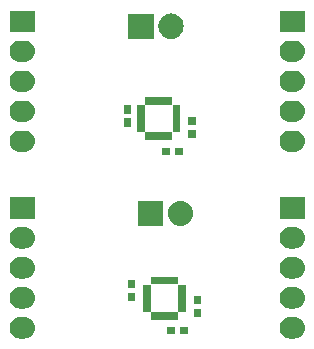
<source format=gts>
%TF.GenerationSoftware,KiCad,Pcbnew,4.0.4+e1-6308~48~ubuntu16.04.1-stable*%
%TF.CreationDate,2017-01-02T12:50:36-08:00*%
%TF.ProjectId,mpu9250-breakout,6D7075393235302D627265616B6F7574,v1.0*%
%TF.FileFunction,Soldermask,Top*%
%FSLAX46Y46*%
G04 Gerber Fmt 4.6, Leading zero omitted, Abs format (unit mm)*
G04 Created by KiCad (PCBNEW 4.0.4+e1-6308~48~ubuntu16.04.1-stable) date Mon Jan  2 12:50:36 2017*
%MOMM*%
%LPD*%
G01*
G04 APERTURE LIST*
%ADD10C,0.350000*%
G04 APERTURE END LIST*
D10*
G36*
X155616273Y-118508875D02*
X155616279Y-118508876D01*
X155618329Y-118508890D01*
X155795676Y-118528783D01*
X155965782Y-118582744D01*
X156122168Y-118668717D01*
X156258876Y-118783429D01*
X156370699Y-118922509D01*
X156453379Y-119080661D01*
X156503765Y-119251860D01*
X156503768Y-119251891D01*
X156503772Y-119251905D01*
X156519941Y-119429581D01*
X156501292Y-119607019D01*
X156501291Y-119607024D01*
X156501286Y-119607067D01*
X156448514Y-119777545D01*
X156363634Y-119934527D01*
X156249880Y-120072032D01*
X156111583Y-120184824D01*
X155954013Y-120268606D01*
X155783170Y-120320186D01*
X155605562Y-120337601D01*
X155290403Y-120337601D01*
X155279727Y-120337527D01*
X155279721Y-120337526D01*
X155277671Y-120337512D01*
X155100324Y-120317619D01*
X154930218Y-120263658D01*
X154773832Y-120177685D01*
X154637124Y-120062973D01*
X154525301Y-119923893D01*
X154442621Y-119765741D01*
X154392235Y-119594542D01*
X154392232Y-119594511D01*
X154392228Y-119594497D01*
X154376059Y-119416821D01*
X154394708Y-119239383D01*
X154394709Y-119239378D01*
X154394714Y-119239335D01*
X154447486Y-119068857D01*
X154532366Y-118911875D01*
X154646120Y-118774370D01*
X154784417Y-118661578D01*
X154941987Y-118577796D01*
X155112830Y-118526216D01*
X155290438Y-118508801D01*
X155605597Y-118508801D01*
X155616273Y-118508875D01*
X155616273Y-118508875D01*
G37*
G36*
X132756273Y-118508875D02*
X132756279Y-118508876D01*
X132758329Y-118508890D01*
X132935676Y-118528783D01*
X133105782Y-118582744D01*
X133262168Y-118668717D01*
X133398876Y-118783429D01*
X133510699Y-118922509D01*
X133593379Y-119080661D01*
X133643765Y-119251860D01*
X133643768Y-119251891D01*
X133643772Y-119251905D01*
X133659941Y-119429581D01*
X133641292Y-119607019D01*
X133641291Y-119607024D01*
X133641286Y-119607067D01*
X133588514Y-119777545D01*
X133503634Y-119934527D01*
X133389880Y-120072032D01*
X133251583Y-120184824D01*
X133094013Y-120268606D01*
X132923170Y-120320186D01*
X132745562Y-120337601D01*
X132430403Y-120337601D01*
X132419727Y-120337527D01*
X132419721Y-120337526D01*
X132417671Y-120337512D01*
X132240324Y-120317619D01*
X132070218Y-120263658D01*
X131913832Y-120177685D01*
X131777124Y-120062973D01*
X131665301Y-119923893D01*
X131582621Y-119765741D01*
X131532235Y-119594542D01*
X131532232Y-119594511D01*
X131532228Y-119594497D01*
X131516059Y-119416821D01*
X131534708Y-119239383D01*
X131534709Y-119239378D01*
X131534714Y-119239335D01*
X131587486Y-119068857D01*
X131672366Y-118911875D01*
X131786120Y-118774370D01*
X131924417Y-118661578D01*
X132081987Y-118577796D01*
X132252830Y-118526216D01*
X132430438Y-118508801D01*
X132745597Y-118508801D01*
X132756273Y-118508875D01*
X132756273Y-118508875D01*
G37*
G36*
X146611800Y-119934800D02*
X145910200Y-119934800D01*
X145910200Y-119333200D01*
X146611800Y-119333200D01*
X146611800Y-119934800D01*
X146611800Y-119934800D01*
G37*
G36*
X145511800Y-119934800D02*
X144810200Y-119934800D01*
X144810200Y-119333200D01*
X145511800Y-119333200D01*
X145511800Y-119934800D01*
X145511800Y-119934800D01*
G37*
G36*
X145779800Y-115711400D02*
X145781811Y-115725553D01*
X145787686Y-115738584D01*
X145796958Y-115749464D01*
X145808894Y-115757329D01*
X145822549Y-115761558D01*
X145830600Y-115762200D01*
X146454800Y-115762200D01*
X146454800Y-118063800D01*
X145830600Y-118063800D01*
X145816447Y-118065811D01*
X145803416Y-118071686D01*
X145792536Y-118080958D01*
X145784671Y-118092894D01*
X145780442Y-118106549D01*
X145779800Y-118114600D01*
X145779800Y-118738800D01*
X143478200Y-118738800D01*
X143478200Y-118114600D01*
X143476189Y-118100447D01*
X143470314Y-118087416D01*
X143461042Y-118076536D01*
X143449106Y-118068671D01*
X143435451Y-118064442D01*
X143427400Y-118063800D01*
X142803200Y-118063800D01*
X142803200Y-115789600D01*
X143454800Y-115789600D01*
X143454800Y-118036400D01*
X143456811Y-118050553D01*
X143462686Y-118063584D01*
X143471958Y-118074464D01*
X143483894Y-118082329D01*
X143497549Y-118086558D01*
X143505600Y-118087200D01*
X145752400Y-118087200D01*
X145766553Y-118085189D01*
X145779584Y-118079314D01*
X145790464Y-118070042D01*
X145798329Y-118058106D01*
X145802558Y-118044451D01*
X145803200Y-118036400D01*
X145803200Y-115789600D01*
X145801189Y-115775447D01*
X145795314Y-115762416D01*
X145786042Y-115751536D01*
X145774106Y-115743671D01*
X145760451Y-115739442D01*
X145752400Y-115738800D01*
X143505600Y-115738800D01*
X143491447Y-115740811D01*
X143478416Y-115746686D01*
X143467536Y-115755958D01*
X143459671Y-115767894D01*
X143455442Y-115781549D01*
X143454800Y-115789600D01*
X142803200Y-115789600D01*
X142803200Y-115762200D01*
X143427400Y-115762200D01*
X143441553Y-115760189D01*
X143454584Y-115754314D01*
X143465464Y-115745042D01*
X143473329Y-115733106D01*
X143477558Y-115719451D01*
X143478200Y-115711400D01*
X143478200Y-115087200D01*
X145779800Y-115087200D01*
X145779800Y-115711400D01*
X145779800Y-115711400D01*
G37*
G36*
X147747800Y-118544800D02*
X147146200Y-118544800D01*
X147146200Y-117843200D01*
X147747800Y-117843200D01*
X147747800Y-118544800D01*
X147747800Y-118544800D01*
G37*
G36*
X155616273Y-115968875D02*
X155616279Y-115968876D01*
X155618329Y-115968890D01*
X155795676Y-115988783D01*
X155965782Y-116042744D01*
X156122168Y-116128717D01*
X156258876Y-116243429D01*
X156370699Y-116382509D01*
X156453379Y-116540661D01*
X156503765Y-116711860D01*
X156503768Y-116711891D01*
X156503772Y-116711905D01*
X156519941Y-116889581D01*
X156501292Y-117067019D01*
X156501291Y-117067024D01*
X156501286Y-117067067D01*
X156448514Y-117237545D01*
X156363634Y-117394527D01*
X156249880Y-117532032D01*
X156111583Y-117644824D01*
X155954013Y-117728606D01*
X155783170Y-117780186D01*
X155605562Y-117797601D01*
X155290403Y-117797601D01*
X155279727Y-117797527D01*
X155279721Y-117797526D01*
X155277671Y-117797512D01*
X155100324Y-117777619D01*
X154930218Y-117723658D01*
X154773832Y-117637685D01*
X154637124Y-117522973D01*
X154525301Y-117383893D01*
X154442621Y-117225741D01*
X154392235Y-117054542D01*
X154392232Y-117054511D01*
X154392228Y-117054497D01*
X154376059Y-116876821D01*
X154394708Y-116699383D01*
X154394709Y-116699378D01*
X154394714Y-116699335D01*
X154447486Y-116528857D01*
X154532366Y-116371875D01*
X154646120Y-116234370D01*
X154784417Y-116121578D01*
X154941987Y-116037796D01*
X155112830Y-115986216D01*
X155290438Y-115968801D01*
X155605597Y-115968801D01*
X155616273Y-115968875D01*
X155616273Y-115968875D01*
G37*
G36*
X132756273Y-115968875D02*
X132756279Y-115968876D01*
X132758329Y-115968890D01*
X132935676Y-115988783D01*
X133105782Y-116042744D01*
X133262168Y-116128717D01*
X133398876Y-116243429D01*
X133510699Y-116382509D01*
X133593379Y-116540661D01*
X133643765Y-116711860D01*
X133643768Y-116711891D01*
X133643772Y-116711905D01*
X133659941Y-116889581D01*
X133641292Y-117067019D01*
X133641291Y-117067024D01*
X133641286Y-117067067D01*
X133588514Y-117237545D01*
X133503634Y-117394527D01*
X133389880Y-117532032D01*
X133251583Y-117644824D01*
X133094013Y-117728606D01*
X132923170Y-117780186D01*
X132745562Y-117797601D01*
X132430403Y-117797601D01*
X132419727Y-117797527D01*
X132419721Y-117797526D01*
X132417671Y-117797512D01*
X132240324Y-117777619D01*
X132070218Y-117723658D01*
X131913832Y-117637685D01*
X131777124Y-117522973D01*
X131665301Y-117383893D01*
X131582621Y-117225741D01*
X131532235Y-117054542D01*
X131532232Y-117054511D01*
X131532228Y-117054497D01*
X131516059Y-116876821D01*
X131534708Y-116699383D01*
X131534709Y-116699378D01*
X131534714Y-116699335D01*
X131587486Y-116528857D01*
X131672366Y-116371875D01*
X131786120Y-116234370D01*
X131924417Y-116121578D01*
X132081987Y-116037796D01*
X132252830Y-115986216D01*
X132430438Y-115968801D01*
X132745597Y-115968801D01*
X132756273Y-115968875D01*
X132756273Y-115968875D01*
G37*
G36*
X147747800Y-117444800D02*
X147146200Y-117444800D01*
X147146200Y-116743200D01*
X147747800Y-116743200D01*
X147747800Y-117444800D01*
X147747800Y-117444800D01*
G37*
G36*
X142159800Y-117190800D02*
X141558200Y-117190800D01*
X141558200Y-116489200D01*
X142159800Y-116489200D01*
X142159800Y-117190800D01*
X142159800Y-117190800D01*
G37*
G36*
X142159800Y-116090800D02*
X141558200Y-116090800D01*
X141558200Y-115389200D01*
X142159800Y-115389200D01*
X142159800Y-116090800D01*
X142159800Y-116090800D01*
G37*
G36*
X155616273Y-113428875D02*
X155616279Y-113428876D01*
X155618329Y-113428890D01*
X155795676Y-113448783D01*
X155965782Y-113502744D01*
X156122168Y-113588717D01*
X156258876Y-113703429D01*
X156370699Y-113842509D01*
X156453379Y-114000661D01*
X156503765Y-114171860D01*
X156503768Y-114171891D01*
X156503772Y-114171905D01*
X156519941Y-114349581D01*
X156501292Y-114527019D01*
X156501291Y-114527024D01*
X156501286Y-114527067D01*
X156448514Y-114697545D01*
X156363634Y-114854527D01*
X156249880Y-114992032D01*
X156111583Y-115104824D01*
X155954013Y-115188606D01*
X155783170Y-115240186D01*
X155605562Y-115257601D01*
X155290403Y-115257601D01*
X155279727Y-115257527D01*
X155279721Y-115257526D01*
X155277671Y-115257512D01*
X155100324Y-115237619D01*
X154930218Y-115183658D01*
X154773832Y-115097685D01*
X154637124Y-114982973D01*
X154525301Y-114843893D01*
X154442621Y-114685741D01*
X154392235Y-114514542D01*
X154392232Y-114514511D01*
X154392228Y-114514497D01*
X154376059Y-114336821D01*
X154394708Y-114159383D01*
X154394709Y-114159378D01*
X154394714Y-114159335D01*
X154447486Y-113988857D01*
X154532366Y-113831875D01*
X154646120Y-113694370D01*
X154784417Y-113581578D01*
X154941987Y-113497796D01*
X155112830Y-113446216D01*
X155290438Y-113428801D01*
X155605597Y-113428801D01*
X155616273Y-113428875D01*
X155616273Y-113428875D01*
G37*
G36*
X132756273Y-113428875D02*
X132756279Y-113428876D01*
X132758329Y-113428890D01*
X132935676Y-113448783D01*
X133105782Y-113502744D01*
X133262168Y-113588717D01*
X133398876Y-113703429D01*
X133510699Y-113842509D01*
X133593379Y-114000661D01*
X133643765Y-114171860D01*
X133643768Y-114171891D01*
X133643772Y-114171905D01*
X133659941Y-114349581D01*
X133641292Y-114527019D01*
X133641291Y-114527024D01*
X133641286Y-114527067D01*
X133588514Y-114697545D01*
X133503634Y-114854527D01*
X133389880Y-114992032D01*
X133251583Y-115104824D01*
X133094013Y-115188606D01*
X132923170Y-115240186D01*
X132745562Y-115257601D01*
X132430403Y-115257601D01*
X132419727Y-115257527D01*
X132419721Y-115257526D01*
X132417671Y-115257512D01*
X132240324Y-115237619D01*
X132070218Y-115183658D01*
X131913832Y-115097685D01*
X131777124Y-114982973D01*
X131665301Y-114843893D01*
X131582621Y-114685741D01*
X131532235Y-114514542D01*
X131532232Y-114514511D01*
X131532228Y-114514497D01*
X131516059Y-114336821D01*
X131534708Y-114159383D01*
X131534709Y-114159378D01*
X131534714Y-114159335D01*
X131587486Y-113988857D01*
X131672366Y-113831875D01*
X131786120Y-113694370D01*
X131924417Y-113581578D01*
X132081987Y-113497796D01*
X132252830Y-113446216D01*
X132430438Y-113428801D01*
X132745597Y-113428801D01*
X132756273Y-113428875D01*
X132756273Y-113428875D01*
G37*
G36*
X132756273Y-110888875D02*
X132756279Y-110888876D01*
X132758329Y-110888890D01*
X132935676Y-110908783D01*
X133105782Y-110962744D01*
X133262168Y-111048717D01*
X133398876Y-111163429D01*
X133510699Y-111302509D01*
X133593379Y-111460661D01*
X133643765Y-111631860D01*
X133643768Y-111631891D01*
X133643772Y-111631905D01*
X133659941Y-111809581D01*
X133641292Y-111987019D01*
X133641291Y-111987024D01*
X133641286Y-111987067D01*
X133588514Y-112157545D01*
X133503634Y-112314527D01*
X133389880Y-112452032D01*
X133251583Y-112564824D01*
X133094013Y-112648606D01*
X132923170Y-112700186D01*
X132745562Y-112717601D01*
X132430403Y-112717601D01*
X132419727Y-112717527D01*
X132419721Y-112717526D01*
X132417671Y-112717512D01*
X132240324Y-112697619D01*
X132070218Y-112643658D01*
X131913832Y-112557685D01*
X131777124Y-112442973D01*
X131665301Y-112303893D01*
X131582621Y-112145741D01*
X131532235Y-111974542D01*
X131532232Y-111974511D01*
X131532228Y-111974497D01*
X131516059Y-111796821D01*
X131534708Y-111619383D01*
X131534709Y-111619378D01*
X131534714Y-111619335D01*
X131587486Y-111448857D01*
X131672366Y-111291875D01*
X131786120Y-111154370D01*
X131924417Y-111041578D01*
X132081987Y-110957796D01*
X132252830Y-110906216D01*
X132430438Y-110888801D01*
X132745597Y-110888801D01*
X132756273Y-110888875D01*
X132756273Y-110888875D01*
G37*
G36*
X155616273Y-110888875D02*
X155616279Y-110888876D01*
X155618329Y-110888890D01*
X155795676Y-110908783D01*
X155965782Y-110962744D01*
X156122168Y-111048717D01*
X156258876Y-111163429D01*
X156370699Y-111302509D01*
X156453379Y-111460661D01*
X156503765Y-111631860D01*
X156503768Y-111631891D01*
X156503772Y-111631905D01*
X156519941Y-111809581D01*
X156501292Y-111987019D01*
X156501291Y-111987024D01*
X156501286Y-111987067D01*
X156448514Y-112157545D01*
X156363634Y-112314527D01*
X156249880Y-112452032D01*
X156111583Y-112564824D01*
X155954013Y-112648606D01*
X155783170Y-112700186D01*
X155605562Y-112717601D01*
X155290403Y-112717601D01*
X155279727Y-112717527D01*
X155279721Y-112717526D01*
X155277671Y-112717512D01*
X155100324Y-112697619D01*
X154930218Y-112643658D01*
X154773832Y-112557685D01*
X154637124Y-112442973D01*
X154525301Y-112303893D01*
X154442621Y-112145741D01*
X154392235Y-111974542D01*
X154392232Y-111974511D01*
X154392228Y-111974497D01*
X154376059Y-111796821D01*
X154394708Y-111619383D01*
X154394709Y-111619378D01*
X154394714Y-111619335D01*
X154447486Y-111448857D01*
X154532366Y-111291875D01*
X154646120Y-111154370D01*
X154784417Y-111041578D01*
X154941987Y-110957796D01*
X155112830Y-110906216D01*
X155290438Y-110888801D01*
X155605597Y-110888801D01*
X155616273Y-110888875D01*
X155616273Y-110888875D01*
G37*
G36*
X146200963Y-108677821D02*
X146200968Y-108677823D01*
X146201010Y-108677827D01*
X146399902Y-108739394D01*
X146583047Y-108838421D01*
X146743470Y-108971134D01*
X146875060Y-109132480D01*
X146972806Y-109316312D01*
X147032983Y-109515629D01*
X147053300Y-109722838D01*
X147053300Y-109733196D01*
X147053211Y-109746001D01*
X147053210Y-109746007D01*
X147053196Y-109748057D01*
X147029988Y-109954962D01*
X146967034Y-110153419D01*
X146866731Y-110335869D01*
X146732901Y-110495361D01*
X146570640Y-110625822D01*
X146386130Y-110722282D01*
X146186398Y-110781066D01*
X146186362Y-110781069D01*
X146186353Y-110781072D01*
X145979055Y-110799938D01*
X145772037Y-110778179D01*
X145772032Y-110778177D01*
X145771990Y-110778173D01*
X145573098Y-110716606D01*
X145389953Y-110617579D01*
X145229530Y-110484866D01*
X145097940Y-110323520D01*
X145000194Y-110139688D01*
X144940017Y-109940371D01*
X144919700Y-109733162D01*
X144919700Y-109722804D01*
X144919789Y-109709999D01*
X144919790Y-109709993D01*
X144919804Y-109707943D01*
X144943012Y-109501038D01*
X145005966Y-109302581D01*
X145106269Y-109120131D01*
X145240099Y-108960639D01*
X145402360Y-108830178D01*
X145586870Y-108733718D01*
X145786602Y-108674934D01*
X145786638Y-108674931D01*
X145786647Y-108674928D01*
X145993945Y-108656062D01*
X146200963Y-108677821D01*
X146200963Y-108677821D01*
G37*
G36*
X144513300Y-110794800D02*
X142379700Y-110794800D01*
X142379700Y-108661200D01*
X144513300Y-108661200D01*
X144513300Y-110794800D01*
X144513300Y-110794800D01*
G37*
G36*
X133654800Y-110177601D02*
X131521200Y-110177601D01*
X131521200Y-108348801D01*
X133654800Y-108348801D01*
X133654800Y-110177601D01*
X133654800Y-110177601D01*
G37*
G36*
X156514800Y-110177601D02*
X154381200Y-110177601D01*
X154381200Y-108348801D01*
X156514800Y-108348801D01*
X156514800Y-110177601D01*
X156514800Y-110177601D01*
G37*
G36*
X145088800Y-104821800D02*
X144387200Y-104821800D01*
X144387200Y-104220200D01*
X145088800Y-104220200D01*
X145088800Y-104821800D01*
X145088800Y-104821800D01*
G37*
G36*
X146188800Y-104821800D02*
X145487200Y-104821800D01*
X145487200Y-104220200D01*
X146188800Y-104220200D01*
X146188800Y-104821800D01*
X146188800Y-104821800D01*
G37*
G36*
X132756273Y-102717674D02*
X132756279Y-102717675D01*
X132758329Y-102717689D01*
X132935676Y-102737582D01*
X133105782Y-102791543D01*
X133262168Y-102877516D01*
X133398876Y-102992228D01*
X133510699Y-103131308D01*
X133593379Y-103289460D01*
X133643765Y-103460659D01*
X133643768Y-103460690D01*
X133643772Y-103460704D01*
X133659941Y-103638380D01*
X133641292Y-103815818D01*
X133641291Y-103815823D01*
X133641286Y-103815866D01*
X133588514Y-103986344D01*
X133503634Y-104143326D01*
X133389880Y-104280831D01*
X133251583Y-104393623D01*
X133094013Y-104477405D01*
X132923170Y-104528985D01*
X132745562Y-104546400D01*
X132430403Y-104546400D01*
X132419727Y-104546326D01*
X132419721Y-104546325D01*
X132417671Y-104546311D01*
X132240324Y-104526418D01*
X132070218Y-104472457D01*
X131913832Y-104386484D01*
X131777124Y-104271772D01*
X131665301Y-104132692D01*
X131582621Y-103974540D01*
X131532235Y-103803341D01*
X131532232Y-103803310D01*
X131532228Y-103803296D01*
X131516059Y-103625620D01*
X131534708Y-103448182D01*
X131534709Y-103448177D01*
X131534714Y-103448134D01*
X131587486Y-103277656D01*
X131672366Y-103120674D01*
X131786120Y-102983169D01*
X131924417Y-102870377D01*
X132081987Y-102786595D01*
X132252830Y-102735015D01*
X132430438Y-102717600D01*
X132745597Y-102717600D01*
X132756273Y-102717674D01*
X132756273Y-102717674D01*
G37*
G36*
X155616273Y-102717674D02*
X155616279Y-102717675D01*
X155618329Y-102717689D01*
X155795676Y-102737582D01*
X155965782Y-102791543D01*
X156122168Y-102877516D01*
X156258876Y-102992228D01*
X156370699Y-103131308D01*
X156453379Y-103289460D01*
X156503765Y-103460659D01*
X156503768Y-103460690D01*
X156503772Y-103460704D01*
X156519941Y-103638380D01*
X156501292Y-103815818D01*
X156501291Y-103815823D01*
X156501286Y-103815866D01*
X156448514Y-103986344D01*
X156363634Y-104143326D01*
X156249880Y-104280831D01*
X156111583Y-104393623D01*
X155954013Y-104477405D01*
X155783170Y-104528985D01*
X155605562Y-104546400D01*
X155290403Y-104546400D01*
X155279727Y-104546326D01*
X155279721Y-104546325D01*
X155277671Y-104546311D01*
X155100324Y-104526418D01*
X154930218Y-104472457D01*
X154773832Y-104386484D01*
X154637124Y-104271772D01*
X154525301Y-104132692D01*
X154442621Y-103974540D01*
X154392235Y-103803341D01*
X154392232Y-103803310D01*
X154392228Y-103803296D01*
X154376059Y-103625620D01*
X154394708Y-103448182D01*
X154394709Y-103448177D01*
X154394714Y-103448134D01*
X154447486Y-103277656D01*
X154532366Y-103120674D01*
X154646120Y-102983169D01*
X154784417Y-102870377D01*
X154941987Y-102786595D01*
X155112830Y-102735015D01*
X155290438Y-102717600D01*
X155605597Y-102717600D01*
X155616273Y-102717674D01*
X155616273Y-102717674D01*
G37*
G36*
X145295800Y-100501400D02*
X145297811Y-100515553D01*
X145303686Y-100528584D01*
X145312958Y-100539464D01*
X145324894Y-100547329D01*
X145338549Y-100551558D01*
X145346600Y-100552200D01*
X145970800Y-100552200D01*
X145970800Y-102853800D01*
X145346600Y-102853800D01*
X145332447Y-102855811D01*
X145319416Y-102861686D01*
X145308536Y-102870958D01*
X145300671Y-102882894D01*
X145296442Y-102896549D01*
X145295800Y-102904600D01*
X145295800Y-103528800D01*
X142994200Y-103528800D01*
X142994200Y-102904600D01*
X142992189Y-102890447D01*
X142986314Y-102877416D01*
X142977042Y-102866536D01*
X142965106Y-102858671D01*
X142951451Y-102854442D01*
X142943400Y-102853800D01*
X142319200Y-102853800D01*
X142319200Y-100579600D01*
X142970800Y-100579600D01*
X142970800Y-102826400D01*
X142972811Y-102840553D01*
X142978686Y-102853584D01*
X142987958Y-102864464D01*
X142999894Y-102872329D01*
X143013549Y-102876558D01*
X143021600Y-102877200D01*
X145268400Y-102877200D01*
X145282553Y-102875189D01*
X145295584Y-102869314D01*
X145306464Y-102860042D01*
X145314329Y-102848106D01*
X145318558Y-102834451D01*
X145319200Y-102826400D01*
X145319200Y-100579600D01*
X145317189Y-100565447D01*
X145311314Y-100552416D01*
X145302042Y-100541536D01*
X145290106Y-100533671D01*
X145276451Y-100529442D01*
X145268400Y-100528800D01*
X143021600Y-100528800D01*
X143007447Y-100530811D01*
X142994416Y-100536686D01*
X142983536Y-100545958D01*
X142975671Y-100557894D01*
X142971442Y-100571549D01*
X142970800Y-100579600D01*
X142319200Y-100579600D01*
X142319200Y-100552200D01*
X142943400Y-100552200D01*
X142957553Y-100550189D01*
X142970584Y-100544314D01*
X142981464Y-100535042D01*
X142989329Y-100523106D01*
X142993558Y-100509451D01*
X142994200Y-100501400D01*
X142994200Y-99877200D01*
X145295800Y-99877200D01*
X145295800Y-100501400D01*
X145295800Y-100501400D01*
G37*
G36*
X147265200Y-103355600D02*
X146663600Y-103355600D01*
X146663600Y-102654000D01*
X147265200Y-102654000D01*
X147265200Y-103355600D01*
X147265200Y-103355600D01*
G37*
G36*
X141778800Y-102390400D02*
X141177200Y-102390400D01*
X141177200Y-101688800D01*
X141778800Y-101688800D01*
X141778800Y-102390400D01*
X141778800Y-102390400D01*
G37*
G36*
X147265200Y-102255600D02*
X146663600Y-102255600D01*
X146663600Y-101554000D01*
X147265200Y-101554000D01*
X147265200Y-102255600D01*
X147265200Y-102255600D01*
G37*
G36*
X132756273Y-100177674D02*
X132756279Y-100177675D01*
X132758329Y-100177689D01*
X132935676Y-100197582D01*
X133105782Y-100251543D01*
X133262168Y-100337516D01*
X133398876Y-100452228D01*
X133510699Y-100591308D01*
X133593379Y-100749460D01*
X133643765Y-100920659D01*
X133643768Y-100920690D01*
X133643772Y-100920704D01*
X133659941Y-101098380D01*
X133641292Y-101275818D01*
X133641291Y-101275823D01*
X133641286Y-101275866D01*
X133588514Y-101446344D01*
X133503634Y-101603326D01*
X133389880Y-101740831D01*
X133251583Y-101853623D01*
X133094013Y-101937405D01*
X132923170Y-101988985D01*
X132745562Y-102006400D01*
X132430403Y-102006400D01*
X132419727Y-102006326D01*
X132419721Y-102006325D01*
X132417671Y-102006311D01*
X132240324Y-101986418D01*
X132070218Y-101932457D01*
X131913832Y-101846484D01*
X131777124Y-101731772D01*
X131665301Y-101592692D01*
X131582621Y-101434540D01*
X131532235Y-101263341D01*
X131532232Y-101263310D01*
X131532228Y-101263296D01*
X131516059Y-101085620D01*
X131534708Y-100908182D01*
X131534709Y-100908177D01*
X131534714Y-100908134D01*
X131587486Y-100737656D01*
X131672366Y-100580674D01*
X131786120Y-100443169D01*
X131924417Y-100330377D01*
X132081987Y-100246595D01*
X132252830Y-100195015D01*
X132430438Y-100177600D01*
X132745597Y-100177600D01*
X132756273Y-100177674D01*
X132756273Y-100177674D01*
G37*
G36*
X155616273Y-100177674D02*
X155616279Y-100177675D01*
X155618329Y-100177689D01*
X155795676Y-100197582D01*
X155965782Y-100251543D01*
X156122168Y-100337516D01*
X156258876Y-100452228D01*
X156370699Y-100591308D01*
X156453379Y-100749460D01*
X156503765Y-100920659D01*
X156503768Y-100920690D01*
X156503772Y-100920704D01*
X156519941Y-101098380D01*
X156501292Y-101275818D01*
X156501291Y-101275823D01*
X156501286Y-101275866D01*
X156448514Y-101446344D01*
X156363634Y-101603326D01*
X156249880Y-101740831D01*
X156111583Y-101853623D01*
X155954013Y-101937405D01*
X155783170Y-101988985D01*
X155605562Y-102006400D01*
X155290403Y-102006400D01*
X155279727Y-102006326D01*
X155279721Y-102006325D01*
X155277671Y-102006311D01*
X155100324Y-101986418D01*
X154930218Y-101932457D01*
X154773832Y-101846484D01*
X154637124Y-101731772D01*
X154525301Y-101592692D01*
X154442621Y-101434540D01*
X154392235Y-101263341D01*
X154392232Y-101263310D01*
X154392228Y-101263296D01*
X154376059Y-101085620D01*
X154394708Y-100908182D01*
X154394709Y-100908177D01*
X154394714Y-100908134D01*
X154447486Y-100737656D01*
X154532366Y-100580674D01*
X154646120Y-100443169D01*
X154784417Y-100330377D01*
X154941987Y-100246595D01*
X155112830Y-100195015D01*
X155290438Y-100177600D01*
X155605597Y-100177600D01*
X155616273Y-100177674D01*
X155616273Y-100177674D01*
G37*
G36*
X141778800Y-101290400D02*
X141177200Y-101290400D01*
X141177200Y-100588800D01*
X141778800Y-100588800D01*
X141778800Y-101290400D01*
X141778800Y-101290400D01*
G37*
G36*
X155616273Y-97637674D02*
X155616279Y-97637675D01*
X155618329Y-97637689D01*
X155795676Y-97657582D01*
X155965782Y-97711543D01*
X156122168Y-97797516D01*
X156258876Y-97912228D01*
X156370699Y-98051308D01*
X156453379Y-98209460D01*
X156503765Y-98380659D01*
X156503768Y-98380690D01*
X156503772Y-98380704D01*
X156519941Y-98558380D01*
X156501292Y-98735818D01*
X156501291Y-98735823D01*
X156501286Y-98735866D01*
X156448514Y-98906344D01*
X156363634Y-99063326D01*
X156249880Y-99200831D01*
X156111583Y-99313623D01*
X155954013Y-99397405D01*
X155783170Y-99448985D01*
X155605562Y-99466400D01*
X155290403Y-99466400D01*
X155279727Y-99466326D01*
X155279721Y-99466325D01*
X155277671Y-99466311D01*
X155100324Y-99446418D01*
X154930218Y-99392457D01*
X154773832Y-99306484D01*
X154637124Y-99191772D01*
X154525301Y-99052692D01*
X154442621Y-98894540D01*
X154392235Y-98723341D01*
X154392232Y-98723310D01*
X154392228Y-98723296D01*
X154376059Y-98545620D01*
X154394708Y-98368182D01*
X154394709Y-98368177D01*
X154394714Y-98368134D01*
X154447486Y-98197656D01*
X154532366Y-98040674D01*
X154646120Y-97903169D01*
X154784417Y-97790377D01*
X154941987Y-97706595D01*
X155112830Y-97655015D01*
X155290438Y-97637600D01*
X155605597Y-97637600D01*
X155616273Y-97637674D01*
X155616273Y-97637674D01*
G37*
G36*
X132756273Y-97637674D02*
X132756279Y-97637675D01*
X132758329Y-97637689D01*
X132935676Y-97657582D01*
X133105782Y-97711543D01*
X133262168Y-97797516D01*
X133398876Y-97912228D01*
X133510699Y-98051308D01*
X133593379Y-98209460D01*
X133643765Y-98380659D01*
X133643768Y-98380690D01*
X133643772Y-98380704D01*
X133659941Y-98558380D01*
X133641292Y-98735818D01*
X133641291Y-98735823D01*
X133641286Y-98735866D01*
X133588514Y-98906344D01*
X133503634Y-99063326D01*
X133389880Y-99200831D01*
X133251583Y-99313623D01*
X133094013Y-99397405D01*
X132923170Y-99448985D01*
X132745562Y-99466400D01*
X132430403Y-99466400D01*
X132419727Y-99466326D01*
X132419721Y-99466325D01*
X132417671Y-99466311D01*
X132240324Y-99446418D01*
X132070218Y-99392457D01*
X131913832Y-99306484D01*
X131777124Y-99191772D01*
X131665301Y-99052692D01*
X131582621Y-98894540D01*
X131532235Y-98723341D01*
X131532232Y-98723310D01*
X131532228Y-98723296D01*
X131516059Y-98545620D01*
X131534708Y-98368182D01*
X131534709Y-98368177D01*
X131534714Y-98368134D01*
X131587486Y-98197656D01*
X131672366Y-98040674D01*
X131786120Y-97903169D01*
X131924417Y-97790377D01*
X132081987Y-97706595D01*
X132252830Y-97655015D01*
X132430438Y-97637600D01*
X132745597Y-97637600D01*
X132756273Y-97637674D01*
X132756273Y-97637674D01*
G37*
G36*
X155616273Y-95097674D02*
X155616279Y-95097675D01*
X155618329Y-95097689D01*
X155795676Y-95117582D01*
X155965782Y-95171543D01*
X156122168Y-95257516D01*
X156258876Y-95372228D01*
X156370699Y-95511308D01*
X156453379Y-95669460D01*
X156503765Y-95840659D01*
X156503768Y-95840690D01*
X156503772Y-95840704D01*
X156519941Y-96018380D01*
X156501292Y-96195818D01*
X156501291Y-96195823D01*
X156501286Y-96195866D01*
X156448514Y-96366344D01*
X156363634Y-96523326D01*
X156249880Y-96660831D01*
X156111583Y-96773623D01*
X155954013Y-96857405D01*
X155783170Y-96908985D01*
X155605562Y-96926400D01*
X155290403Y-96926400D01*
X155279727Y-96926326D01*
X155279721Y-96926325D01*
X155277671Y-96926311D01*
X155100324Y-96906418D01*
X154930218Y-96852457D01*
X154773832Y-96766484D01*
X154637124Y-96651772D01*
X154525301Y-96512692D01*
X154442621Y-96354540D01*
X154392235Y-96183341D01*
X154392232Y-96183310D01*
X154392228Y-96183296D01*
X154376059Y-96005620D01*
X154394708Y-95828182D01*
X154394709Y-95828177D01*
X154394714Y-95828134D01*
X154447486Y-95657656D01*
X154532366Y-95500674D01*
X154646120Y-95363169D01*
X154784417Y-95250377D01*
X154941987Y-95166595D01*
X155112830Y-95115015D01*
X155290438Y-95097600D01*
X155605597Y-95097600D01*
X155616273Y-95097674D01*
X155616273Y-95097674D01*
G37*
G36*
X132756273Y-95097674D02*
X132756279Y-95097675D01*
X132758329Y-95097689D01*
X132935676Y-95117582D01*
X133105782Y-95171543D01*
X133262168Y-95257516D01*
X133398876Y-95372228D01*
X133510699Y-95511308D01*
X133593379Y-95669460D01*
X133643765Y-95840659D01*
X133643768Y-95840690D01*
X133643772Y-95840704D01*
X133659941Y-96018380D01*
X133641292Y-96195818D01*
X133641291Y-96195823D01*
X133641286Y-96195866D01*
X133588514Y-96366344D01*
X133503634Y-96523326D01*
X133389880Y-96660831D01*
X133251583Y-96773623D01*
X133094013Y-96857405D01*
X132923170Y-96908985D01*
X132745562Y-96926400D01*
X132430403Y-96926400D01*
X132419727Y-96926326D01*
X132419721Y-96926325D01*
X132417671Y-96926311D01*
X132240324Y-96906418D01*
X132070218Y-96852457D01*
X131913832Y-96766484D01*
X131777124Y-96651772D01*
X131665301Y-96512692D01*
X131582621Y-96354540D01*
X131532235Y-96183341D01*
X131532232Y-96183310D01*
X131532228Y-96183296D01*
X131516059Y-96005620D01*
X131534708Y-95828182D01*
X131534709Y-95828177D01*
X131534714Y-95828134D01*
X131587486Y-95657656D01*
X131672366Y-95500674D01*
X131786120Y-95363169D01*
X131924417Y-95250377D01*
X132081987Y-95166595D01*
X132252830Y-95115015D01*
X132430438Y-95097600D01*
X132745597Y-95097600D01*
X132756273Y-95097674D01*
X132756273Y-95097674D01*
G37*
G36*
X145400863Y-92828221D02*
X145400868Y-92828223D01*
X145400910Y-92828227D01*
X145599802Y-92889794D01*
X145782947Y-92988821D01*
X145943370Y-93121534D01*
X146074960Y-93282880D01*
X146172706Y-93466712D01*
X146232883Y-93666029D01*
X146253200Y-93873238D01*
X146253200Y-93883596D01*
X146253111Y-93896401D01*
X146253110Y-93896407D01*
X146253096Y-93898457D01*
X146229888Y-94105362D01*
X146166934Y-94303819D01*
X146066631Y-94486269D01*
X145932801Y-94645761D01*
X145770540Y-94776222D01*
X145586030Y-94872682D01*
X145386298Y-94931466D01*
X145386262Y-94931469D01*
X145386253Y-94931472D01*
X145178955Y-94950338D01*
X144971937Y-94928579D01*
X144971932Y-94928577D01*
X144971890Y-94928573D01*
X144772998Y-94867006D01*
X144589853Y-94767979D01*
X144429430Y-94635266D01*
X144297840Y-94473920D01*
X144200094Y-94290088D01*
X144139917Y-94090771D01*
X144119600Y-93883562D01*
X144119600Y-93873204D01*
X144119689Y-93860399D01*
X144119690Y-93860393D01*
X144119704Y-93858343D01*
X144142912Y-93651438D01*
X144205866Y-93452981D01*
X144306169Y-93270531D01*
X144439999Y-93111039D01*
X144602260Y-92980578D01*
X144786770Y-92884118D01*
X144986502Y-92825334D01*
X144986538Y-92825331D01*
X144986547Y-92825328D01*
X145193845Y-92806462D01*
X145400863Y-92828221D01*
X145400863Y-92828221D01*
G37*
G36*
X143713200Y-94945200D02*
X141579600Y-94945200D01*
X141579600Y-92811600D01*
X143713200Y-92811600D01*
X143713200Y-94945200D01*
X143713200Y-94945200D01*
G37*
G36*
X133654800Y-94386400D02*
X131521200Y-94386400D01*
X131521200Y-92557600D01*
X133654800Y-92557600D01*
X133654800Y-94386400D01*
X133654800Y-94386400D01*
G37*
G36*
X156514800Y-94386400D02*
X154381200Y-94386400D01*
X154381200Y-92557600D01*
X156514800Y-92557600D01*
X156514800Y-94386400D01*
X156514800Y-94386400D01*
G37*
M02*

</source>
